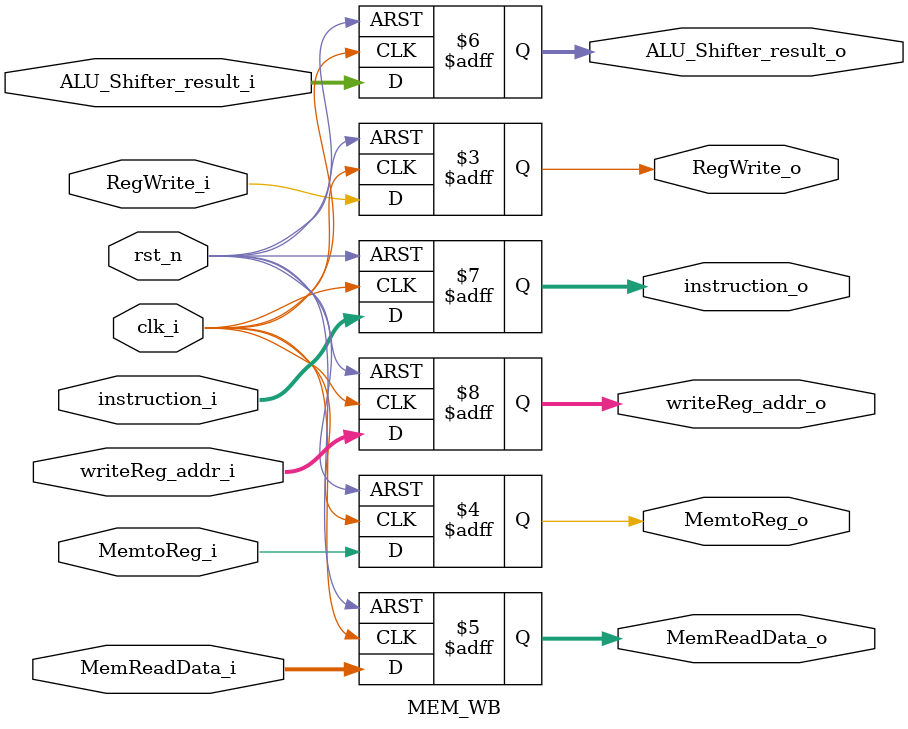
<source format=v>
module MEM_WB (clk_i, rst_n, RegWrite_i, MemtoReg_i, MemReadData_i, ALU_Shifter_result_i, writeReg_addr_i, instruction_i,
	RegWrite_o, MemtoReg_o, MemReadData_o, ALU_Shifter_result_o, writeReg_addr_o, instruction_o
);

input clk_i, rst_n;
input RegWrite_i, MemtoReg_i;
input [31:0] MemReadData_i, ALU_Shifter_result_i, instruction_i;
input [4:0] writeReg_addr_i;

output reg RegWrite_o, MemtoReg_o;
output reg [31:0] MemReadData_o, ALU_Shifter_result_o, instruction_o;
output reg [4:0] writeReg_addr_o;

always@(posedge clk_i or negedge rst_n)
begin
	if(rst_n == 0)
	begin
		RegWrite_o <= 1'd0;
		MemtoReg_o <= 1'd0;
		MemReadData_o <= 32'd0;
		ALU_Shifter_result_o <= 32'd0;
		writeReg_addr_o <= 5'd0;
		instruction_o <= 32'd0;
	end
	else
	begin
		RegWrite_o <= RegWrite_i;
		MemtoReg_o <= MemtoReg_i;
		MemReadData_o <= MemReadData_i;
		ALU_Shifter_result_o <= ALU_Shifter_result_i;
		writeReg_addr_o <= writeReg_addr_i;
		instruction_o <= instruction_i;
	end
end

endmodule

</source>
